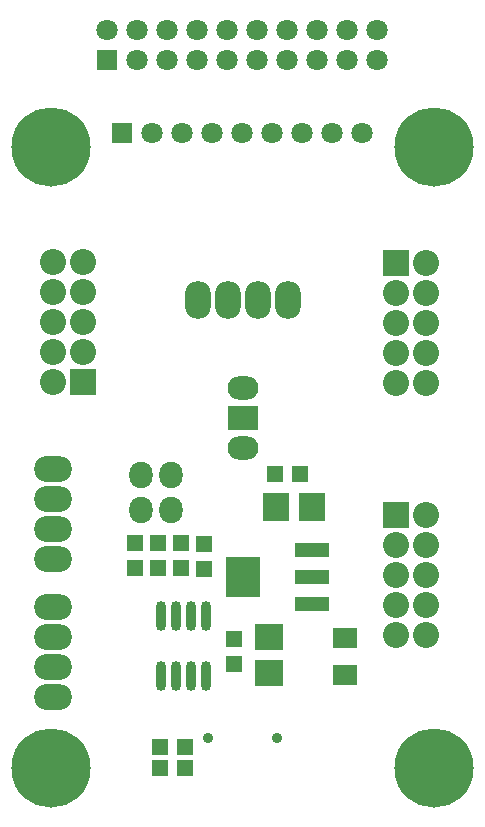
<source format=gbr>
G04*
G04 #@! TF.GenerationSoftware,Altium Limited,Altium Designer,24.2.2 (26)*
G04*
G04 Layer_Color=16711935*
%FSLAX44Y44*%
%MOMM*%
G71*
G04*
G04 #@! TF.SameCoordinates,A69A520D-3C44-4C1A-B5D4-BA9765A151AF*
G04*
G04*
G04 #@! TF.FilePolarity,Negative*
G04*
G01*
G75*
%ADD19R,1.4032X1.4032*%
%ADD23C,2.2032*%
%ADD24R,2.2032X2.2032*%
%ADD25O,2.6032X2.0032*%
%ADD26R,2.6032X2.0032*%
%ADD27O,1.9812X2.2352*%
%ADD28O,3.2032X2.2032*%
%ADD29C,1.8032*%
%ADD30R,1.8032X1.8032*%
%ADD31C,6.7032*%
%ADD32O,2.2032X3.2032*%
%ADD33C,0.9032*%
%ADD58R,1.4032X1.4032*%
%ADD59R,2.1032X1.7032*%
%ADD60R,2.4032X2.2032*%
%ADD61R,2.2032X2.4032*%
%ADD62R,2.9032X1.2032*%
%ADD63R,2.9032X3.5032*%
%ADD64O,0.9032X2.5032*%
D19*
X167640Y206416D02*
D03*
Y227416D02*
D03*
X193040Y125644D02*
D03*
Y146644D02*
D03*
X109220Y207550D02*
D03*
Y228550D02*
D03*
X147858Y228060D02*
D03*
Y207060D02*
D03*
X128539Y228060D02*
D03*
X128539Y207060D02*
D03*
D23*
X39370Y466090D02*
D03*
X64770D02*
D03*
X39370Y440690D02*
D03*
X64770D02*
D03*
X39370Y415290D02*
D03*
X64770D02*
D03*
X39370Y389890D02*
D03*
X64770D02*
D03*
X39370Y364490D02*
D03*
X355600Y150730D02*
D03*
X330200D02*
D03*
X355600Y176130D02*
D03*
X330200D02*
D03*
X355600Y201530D02*
D03*
X330200D02*
D03*
X355600Y226930D02*
D03*
X330200D02*
D03*
X355600Y252330D02*
D03*
Y364090D02*
D03*
X330200D02*
D03*
X355600Y389490D02*
D03*
X330200D02*
D03*
X355600Y414890D02*
D03*
X330200D02*
D03*
X355600Y440290D02*
D03*
X330200D02*
D03*
X355600Y465690D02*
D03*
D24*
X64770Y364490D02*
D03*
X330200Y252330D02*
D03*
Y465690D02*
D03*
D25*
X200660Y359410D02*
D03*
Y308610D02*
D03*
D26*
Y334010D02*
D03*
D27*
X114300Y256540D02*
D03*
X139700D02*
D03*
Y285750D02*
D03*
X114300D02*
D03*
D28*
X39370Y148590D02*
D03*
Y97790D02*
D03*
Y173990D02*
D03*
Y123190D02*
D03*
Y265430D02*
D03*
Y214630D02*
D03*
Y290830D02*
D03*
Y240030D02*
D03*
D29*
X123190Y575310D02*
D03*
X148590D02*
D03*
X173990D02*
D03*
X199390D02*
D03*
X224790D02*
D03*
X250190D02*
D03*
X275590D02*
D03*
X300990D02*
D03*
X237490Y662940D02*
D03*
Y637540D02*
D03*
X212090Y662940D02*
D03*
X186690D02*
D03*
X212090Y637540D02*
D03*
X186690D02*
D03*
X161290Y662940D02*
D03*
Y637540D02*
D03*
X135890Y662940D02*
D03*
Y637540D02*
D03*
X110490Y662940D02*
D03*
Y637540D02*
D03*
X85090Y662940D02*
D03*
X262890Y637540D02*
D03*
X288290D02*
D03*
X313690D02*
D03*
X262890Y662940D02*
D03*
X288290D02*
D03*
X313690D02*
D03*
D30*
X97790Y575310D02*
D03*
X85090Y637540D02*
D03*
D31*
X361950Y563880D02*
D03*
Y38100D02*
D03*
X38100Y563880D02*
D03*
Y38100D02*
D03*
D32*
X187960Y434068D02*
D03*
X238760D02*
D03*
X162560D02*
D03*
X213360D02*
D03*
D33*
X171252Y63476D02*
D03*
X229052D02*
D03*
D58*
X151080Y55880D02*
D03*
X130080D02*
D03*
X151080Y38100D02*
D03*
X130080D02*
D03*
X249006Y287020D02*
D03*
X228006D02*
D03*
D59*
X287020Y116580D02*
D03*
Y147580D02*
D03*
D60*
X222250Y118350D02*
D03*
Y148350D02*
D03*
D61*
X258630Y259080D02*
D03*
X228630D02*
D03*
D62*
X259370Y222390D02*
D03*
Y199390D02*
D03*
Y176390D02*
D03*
D63*
X200370Y199390D02*
D03*
D64*
X168910Y115470D02*
D03*
X156210D02*
D03*
X143510D02*
D03*
X130810D02*
D03*
X168910Y166470D02*
D03*
X156210D02*
D03*
X143510D02*
D03*
X130810D02*
D03*
M02*

</source>
